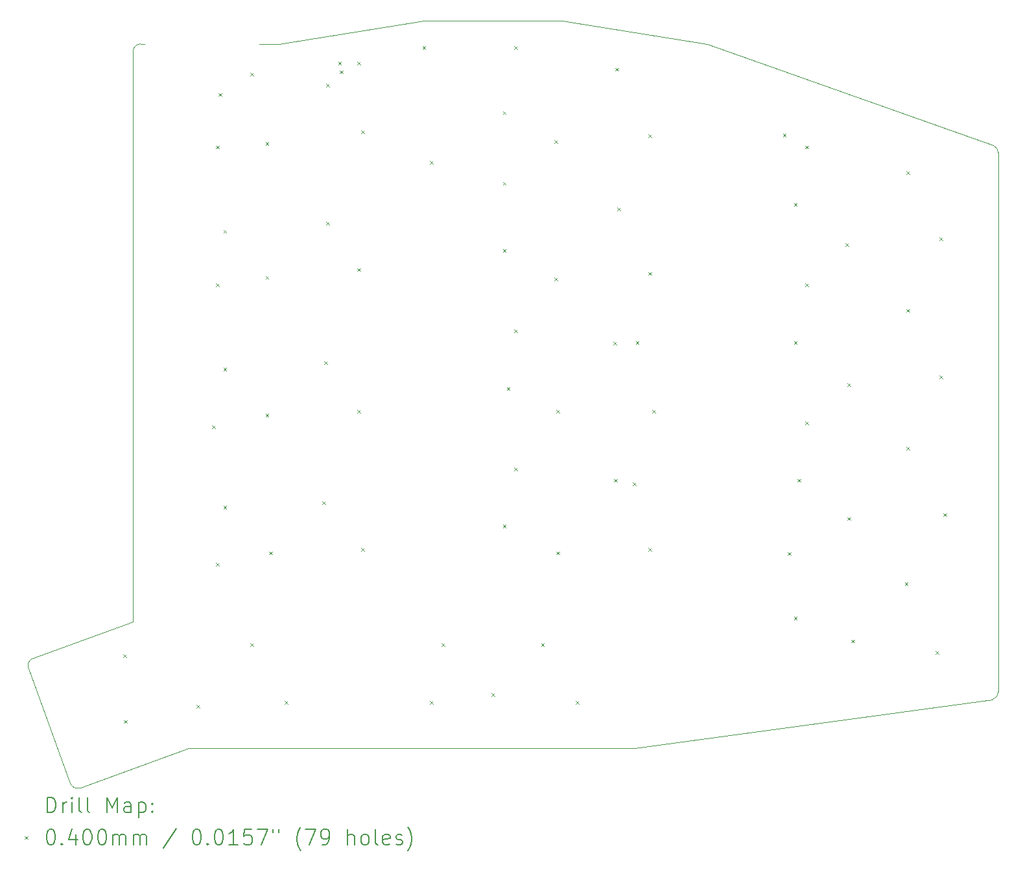
<source format=gbr>
%TF.GenerationSoftware,KiCad,Pcbnew,(6.0.11-0)*%
%TF.CreationDate,2023-02-11T14:18:17+08:00*%
%TF.ProjectId,V4,56342e6b-6963-4616-945f-706362585858,rev?*%
%TF.SameCoordinates,PX7bfa480PY6052340*%
%TF.FileFunction,Drillmap*%
%TF.FilePolarity,Positive*%
%FSLAX45Y45*%
G04 Gerber Fmt 4.5, Leading zero omitted, Abs format (unit mm)*
G04 Created by KiCad (PCBNEW (6.0.11-0)) date 2023-02-11 14:18:17*
%MOMM*%
%LPD*%
G01*
G04 APERTURE LIST*
%ADD10C,0.100000*%
%ADD11C,0.200000*%
%ADD12C,0.040000*%
G04 APERTURE END LIST*
D10*
X2900000Y5000000D02*
X1000000Y4700000D01*
X6600000Y4700000D02*
X4700000Y5000000D01*
X-750000Y4700000D02*
X-800000Y4700000D01*
X-900000Y4599000D02*
X-900000Y-2850000D01*
X10325000Y-3860000D02*
G75*
G03*
X10400000Y-3764289I-23570J95711D01*
G01*
X1000000Y4700000D02*
X750000Y4700000D01*
X5650000Y-4500000D02*
X10325000Y-3860000D01*
X-175000Y-4500000D02*
X5650000Y-4500000D01*
X-800000Y4700005D02*
G75*
G03*
X-900000Y4599000I0J-100005D01*
G01*
X-1719107Y-4955972D02*
X-2266339Y-3452464D01*
X-1719110Y-4955973D02*
G75*
G03*
X-1590936Y-5015740I93970J34203D01*
G01*
X10330000Y3375000D02*
X6600000Y4700000D01*
X10400001Y3279289D02*
G75*
G03*
X10330000Y3375000I-100431J1D01*
G01*
X-2206573Y-3324290D02*
G75*
G03*
X-2266339Y-3452464I34203J-93970D01*
G01*
X4700000Y5000000D02*
X2900000Y5000000D01*
X-2206572Y-3324293D02*
X-900000Y-2850000D01*
X-175000Y-4500000D02*
X-1590936Y-5015740D01*
X10400000Y-3764289D02*
X10400000Y3279289D01*
D11*
D12*
X-1027327Y-3272673D02*
X-987327Y-3312673D01*
X-987327Y-3272673D02*
X-1027327Y-3312673D01*
X-1020000Y-4130000D02*
X-980000Y-4170000D01*
X-980000Y-4130000D02*
X-1020000Y-4170000D01*
X-70000Y-3930000D02*
X-30000Y-3970000D01*
X-30000Y-3930000D02*
X-70000Y-3970000D01*
X130000Y-280000D02*
X170000Y-320000D01*
X170000Y-280000D02*
X130000Y-320000D01*
X180000Y3370000D02*
X220000Y3330000D01*
X220000Y3370000D02*
X180000Y3330000D01*
X180000Y1570000D02*
X220000Y1530000D01*
X220000Y1570000D02*
X180000Y1530000D01*
X180000Y-2080000D02*
X220000Y-2120000D01*
X220000Y-2080000D02*
X180000Y-2120000D01*
X216986Y4056986D02*
X256986Y4016986D01*
X256986Y4056986D02*
X216986Y4016986D01*
X280000Y470000D02*
X320000Y430000D01*
X320000Y470000D02*
X280000Y430000D01*
X280000Y-1330000D02*
X320000Y-1370000D01*
X320000Y-1330000D02*
X280000Y-1370000D01*
X280000Y2270000D02*
X320000Y2230000D01*
X320000Y2270000D02*
X280000Y2230000D01*
X630000Y4323300D02*
X670000Y4283300D01*
X670000Y4323300D02*
X630000Y4283300D01*
X630000Y-3130000D02*
X670000Y-3170000D01*
X670000Y-3130000D02*
X630000Y-3170000D01*
X830000Y3420000D02*
X870000Y3380000D01*
X870000Y3420000D02*
X830000Y3380000D01*
X830000Y1670000D02*
X870000Y1630000D01*
X870000Y1670000D02*
X830000Y1630000D01*
X830000Y-130000D02*
X870000Y-170000D01*
X870000Y-130000D02*
X830000Y-170000D01*
X880000Y-1930000D02*
X920000Y-1970000D01*
X920000Y-1930000D02*
X880000Y-1970000D01*
X1080000Y-3880000D02*
X1120000Y-3920000D01*
X1120000Y-3880000D02*
X1080000Y-3920000D01*
X1572500Y-1272500D02*
X1612500Y-1312500D01*
X1612500Y-1272500D02*
X1572500Y-1312500D01*
X1596250Y553750D02*
X1636250Y513750D01*
X1636250Y553750D02*
X1596250Y513750D01*
X1622500Y4177500D02*
X1662500Y4137500D01*
X1662500Y4177500D02*
X1622500Y4137500D01*
X1622500Y2377500D02*
X1662500Y2337500D01*
X1662500Y2377500D02*
X1622500Y2337500D01*
X1780000Y4470000D02*
X1820000Y4430000D01*
X1820000Y4470000D02*
X1780000Y4430000D01*
X1797500Y4352500D02*
X1837500Y4312500D01*
X1837500Y4352500D02*
X1797500Y4312500D01*
X2030000Y4470000D02*
X2070000Y4430000D01*
X2070000Y4470000D02*
X2030000Y4430000D01*
X2030000Y1770000D02*
X2070000Y1730000D01*
X2070000Y1770000D02*
X2030000Y1730000D01*
X2030000Y-80000D02*
X2070000Y-120000D01*
X2070000Y-80000D02*
X2030000Y-120000D01*
X2080000Y3570000D02*
X2120000Y3530000D01*
X2120000Y3570000D02*
X2080000Y3530000D01*
X2080000Y-1880000D02*
X2120000Y-1920000D01*
X2120000Y-1880000D02*
X2080000Y-1920000D01*
X2880000Y4670000D02*
X2920000Y4630000D01*
X2920000Y4670000D02*
X2880000Y4630000D01*
X2980000Y3170000D02*
X3020000Y3130000D01*
X3020000Y3170000D02*
X2980000Y3130000D01*
X2980000Y-3880000D02*
X3020000Y-3920000D01*
X3020000Y-3880000D02*
X2980000Y-3920000D01*
X3130000Y-3130000D02*
X3170000Y-3170000D01*
X3170000Y-3130000D02*
X3130000Y-3170000D01*
X3780000Y-3780000D02*
X3820000Y-3820000D01*
X3820000Y-3780000D02*
X3780000Y-3820000D01*
X3930000Y3820000D02*
X3970000Y3780000D01*
X3970000Y3820000D02*
X3930000Y3780000D01*
X3930000Y2897550D02*
X3970000Y2857550D01*
X3970000Y2897550D02*
X3930000Y2857550D01*
X3930000Y2020000D02*
X3970000Y1980000D01*
X3970000Y2020000D02*
X3930000Y1980000D01*
X3930000Y-1580000D02*
X3970000Y-1620000D01*
X3970000Y-1580000D02*
X3930000Y-1620000D01*
X3980000Y220000D02*
X4020000Y180000D01*
X4020000Y220000D02*
X3980000Y180000D01*
X4080000Y4670000D02*
X4120000Y4630000D01*
X4120000Y4670000D02*
X4080000Y4630000D01*
X4080000Y970000D02*
X4120000Y930000D01*
X4120000Y970000D02*
X4080000Y930000D01*
X4080000Y-830000D02*
X4120000Y-870000D01*
X4120000Y-830000D02*
X4080000Y-870000D01*
X4430000Y-3130000D02*
X4470000Y-3170000D01*
X4470000Y-3130000D02*
X4430000Y-3170000D01*
X4605500Y3444500D02*
X4645500Y3404500D01*
X4645500Y3444500D02*
X4605500Y3404500D01*
X4605500Y1645500D02*
X4645500Y1605500D01*
X4645500Y1645500D02*
X4605500Y1605500D01*
X4630000Y-80000D02*
X4670000Y-120000D01*
X4670000Y-80000D02*
X4630000Y-120000D01*
X4630000Y-1930000D02*
X4670000Y-1970000D01*
X4670000Y-1930000D02*
X4630000Y-1970000D01*
X4880000Y-3880000D02*
X4920000Y-3920000D01*
X4920000Y-3880000D02*
X4880000Y-3920000D01*
X5372500Y812500D02*
X5412500Y772500D01*
X5412500Y812500D02*
X5372500Y772500D01*
X5380000Y-980000D02*
X5420000Y-1020000D01*
X5420000Y-980000D02*
X5380000Y-1020000D01*
X5397500Y4387500D02*
X5437500Y4347500D01*
X5437500Y4387500D02*
X5397500Y4347500D01*
X5422500Y2562500D02*
X5462500Y2522500D01*
X5462500Y2562500D02*
X5422500Y2522500D01*
X5630000Y-1030000D02*
X5670000Y-1070000D01*
X5670000Y-1030000D02*
X5630000Y-1070000D01*
X5665000Y820000D02*
X5705000Y780000D01*
X5705000Y820000D02*
X5665000Y780000D01*
X5830000Y3520000D02*
X5870000Y3480000D01*
X5870000Y3520000D02*
X5830000Y3480000D01*
X5830000Y1720000D02*
X5870000Y1680000D01*
X5870000Y1720000D02*
X5830000Y1680000D01*
X5830000Y-1880000D02*
X5870000Y-1920000D01*
X5870000Y-1880000D02*
X5830000Y-1920000D01*
X5880000Y-80000D02*
X5920000Y-120000D01*
X5920000Y-80000D02*
X5880000Y-120000D01*
X7587500Y3527500D02*
X7627500Y3487500D01*
X7627500Y3527500D02*
X7587500Y3487500D01*
X7652500Y-1937500D02*
X7692500Y-1977500D01*
X7692500Y-1937500D02*
X7652500Y-1977500D01*
X7730000Y2620000D02*
X7770000Y2580000D01*
X7770000Y2620000D02*
X7730000Y2580000D01*
X7730000Y820000D02*
X7770000Y780000D01*
X7770000Y820000D02*
X7730000Y780000D01*
X7730000Y-2780000D02*
X7770000Y-2820000D01*
X7770000Y-2780000D02*
X7730000Y-2820000D01*
X7780000Y-980000D02*
X7820000Y-1020000D01*
X7820000Y-980000D02*
X7780000Y-1020000D01*
X7880000Y3370000D02*
X7920000Y3330000D01*
X7920000Y3370000D02*
X7880000Y3330000D01*
X7880000Y1570000D02*
X7920000Y1530000D01*
X7920000Y1570000D02*
X7880000Y1530000D01*
X7880000Y-230000D02*
X7920000Y-270000D01*
X7920000Y-230000D02*
X7880000Y-270000D01*
X8405500Y2095500D02*
X8445500Y2055500D01*
X8445500Y2095500D02*
X8405500Y2055500D01*
X8430000Y270000D02*
X8470000Y230000D01*
X8470000Y270000D02*
X8430000Y230000D01*
X8430000Y-1480000D02*
X8470000Y-1520000D01*
X8470000Y-1480000D02*
X8430000Y-1520000D01*
X8480000Y-3080000D02*
X8520000Y-3120000D01*
X8520000Y-3080000D02*
X8480000Y-3120000D01*
X9180000Y-2330000D02*
X9220000Y-2370000D01*
X9220000Y-2330000D02*
X9180000Y-2370000D01*
X9197500Y3037500D02*
X9237500Y2997500D01*
X9237500Y3037500D02*
X9197500Y2997500D01*
X9197500Y1237500D02*
X9237500Y1197500D01*
X9237500Y1237500D02*
X9197500Y1197500D01*
X9197500Y-562500D02*
X9237500Y-602500D01*
X9237500Y-562500D02*
X9197500Y-602500D01*
X9580000Y-3230000D02*
X9620000Y-3270000D01*
X9620000Y-3230000D02*
X9580000Y-3270000D01*
X9630000Y2170000D02*
X9670000Y2130000D01*
X9670000Y2170000D02*
X9630000Y2130000D01*
X9630000Y370000D02*
X9670000Y330000D01*
X9670000Y370000D02*
X9630000Y330000D01*
X9680000Y-1430000D02*
X9720000Y-1470000D01*
X9720000Y-1430000D02*
X9680000Y-1470000D01*
D11*
X-2019752Y-5337247D02*
X-2019752Y-5137247D01*
X-1972133Y-5137247D01*
X-1943561Y-5146771D01*
X-1924514Y-5165819D01*
X-1914990Y-5184866D01*
X-1905466Y-5222961D01*
X-1905466Y-5251533D01*
X-1914990Y-5289628D01*
X-1924514Y-5308676D01*
X-1943561Y-5327723D01*
X-1972133Y-5337247D01*
X-2019752Y-5337247D01*
X-1819752Y-5337247D02*
X-1819752Y-5203914D01*
X-1819752Y-5242009D02*
X-1810228Y-5222961D01*
X-1800704Y-5213438D01*
X-1781657Y-5203914D01*
X-1762609Y-5203914D01*
X-1695942Y-5337247D02*
X-1695942Y-5203914D01*
X-1695942Y-5137247D02*
X-1705466Y-5146771D01*
X-1695942Y-5156295D01*
X-1686418Y-5146771D01*
X-1695942Y-5137247D01*
X-1695942Y-5156295D01*
X-1572133Y-5337247D02*
X-1591180Y-5327723D01*
X-1600704Y-5308676D01*
X-1600704Y-5137247D01*
X-1467371Y-5337247D02*
X-1486418Y-5327723D01*
X-1495942Y-5308676D01*
X-1495942Y-5137247D01*
X-1238799Y-5337247D02*
X-1238799Y-5137247D01*
X-1172133Y-5280104D01*
X-1105466Y-5137247D01*
X-1105466Y-5337247D01*
X-924514Y-5337247D02*
X-924514Y-5232485D01*
X-934037Y-5213438D01*
X-953085Y-5203914D01*
X-991180Y-5203914D01*
X-1010228Y-5213438D01*
X-924514Y-5327723D02*
X-943561Y-5337247D01*
X-991180Y-5337247D01*
X-1010228Y-5327723D01*
X-1019752Y-5308676D01*
X-1019752Y-5289628D01*
X-1010228Y-5270580D01*
X-991180Y-5261057D01*
X-943561Y-5261057D01*
X-924514Y-5251533D01*
X-829276Y-5203914D02*
X-829276Y-5403914D01*
X-829276Y-5213438D02*
X-810228Y-5203914D01*
X-772133Y-5203914D01*
X-753085Y-5213438D01*
X-743561Y-5222961D01*
X-734037Y-5242009D01*
X-734037Y-5299152D01*
X-743561Y-5318199D01*
X-753085Y-5327723D01*
X-772133Y-5337247D01*
X-810228Y-5337247D01*
X-829276Y-5327723D01*
X-648323Y-5318199D02*
X-638799Y-5327723D01*
X-648323Y-5337247D01*
X-657847Y-5327723D01*
X-648323Y-5318199D01*
X-648323Y-5337247D01*
X-648323Y-5213438D02*
X-638799Y-5222961D01*
X-648323Y-5232485D01*
X-657847Y-5222961D01*
X-648323Y-5213438D01*
X-648323Y-5232485D01*
D12*
X-2317371Y-5646771D02*
X-2277371Y-5686771D01*
X-2277371Y-5646771D02*
X-2317371Y-5686771D01*
D11*
X-1981657Y-5557247D02*
X-1962609Y-5557247D01*
X-1943561Y-5566771D01*
X-1934037Y-5576295D01*
X-1924514Y-5595342D01*
X-1914990Y-5633437D01*
X-1914990Y-5681057D01*
X-1924514Y-5719152D01*
X-1934037Y-5738199D01*
X-1943561Y-5747723D01*
X-1962609Y-5757247D01*
X-1981657Y-5757247D01*
X-2000704Y-5747723D01*
X-2010228Y-5738199D01*
X-2019752Y-5719152D01*
X-2029276Y-5681057D01*
X-2029276Y-5633437D01*
X-2019752Y-5595342D01*
X-2010228Y-5576295D01*
X-2000704Y-5566771D01*
X-1981657Y-5557247D01*
X-1829276Y-5738199D02*
X-1819752Y-5747723D01*
X-1829276Y-5757247D01*
X-1838799Y-5747723D01*
X-1829276Y-5738199D01*
X-1829276Y-5757247D01*
X-1648323Y-5623914D02*
X-1648323Y-5757247D01*
X-1695942Y-5547723D02*
X-1743561Y-5690580D01*
X-1619752Y-5690580D01*
X-1505466Y-5557247D02*
X-1486418Y-5557247D01*
X-1467371Y-5566771D01*
X-1457847Y-5576295D01*
X-1448323Y-5595342D01*
X-1438799Y-5633437D01*
X-1438799Y-5681057D01*
X-1448323Y-5719152D01*
X-1457847Y-5738199D01*
X-1467371Y-5747723D01*
X-1486418Y-5757247D01*
X-1505466Y-5757247D01*
X-1524514Y-5747723D01*
X-1534037Y-5738199D01*
X-1543561Y-5719152D01*
X-1553085Y-5681057D01*
X-1553085Y-5633437D01*
X-1543561Y-5595342D01*
X-1534037Y-5576295D01*
X-1524514Y-5566771D01*
X-1505466Y-5557247D01*
X-1314990Y-5557247D02*
X-1295942Y-5557247D01*
X-1276895Y-5566771D01*
X-1267371Y-5576295D01*
X-1257847Y-5595342D01*
X-1248323Y-5633437D01*
X-1248323Y-5681057D01*
X-1257847Y-5719152D01*
X-1267371Y-5738199D01*
X-1276895Y-5747723D01*
X-1295942Y-5757247D01*
X-1314990Y-5757247D01*
X-1334038Y-5747723D01*
X-1343561Y-5738199D01*
X-1353085Y-5719152D01*
X-1362609Y-5681057D01*
X-1362609Y-5633437D01*
X-1353085Y-5595342D01*
X-1343561Y-5576295D01*
X-1334038Y-5566771D01*
X-1314990Y-5557247D01*
X-1162609Y-5757247D02*
X-1162609Y-5623914D01*
X-1162609Y-5642961D02*
X-1153085Y-5633437D01*
X-1134038Y-5623914D01*
X-1105466Y-5623914D01*
X-1086419Y-5633437D01*
X-1076895Y-5652485D01*
X-1076895Y-5757247D01*
X-1076895Y-5652485D02*
X-1067371Y-5633437D01*
X-1048323Y-5623914D01*
X-1019752Y-5623914D01*
X-1000704Y-5633437D01*
X-991180Y-5652485D01*
X-991180Y-5757247D01*
X-895942Y-5757247D02*
X-895942Y-5623914D01*
X-895942Y-5642961D02*
X-886418Y-5633437D01*
X-867371Y-5623914D01*
X-838799Y-5623914D01*
X-819752Y-5633437D01*
X-810228Y-5652485D01*
X-810228Y-5757247D01*
X-810228Y-5652485D02*
X-800704Y-5633437D01*
X-781657Y-5623914D01*
X-753085Y-5623914D01*
X-734037Y-5633437D01*
X-724514Y-5652485D01*
X-724514Y-5757247D01*
X-334038Y-5547723D02*
X-505466Y-5804866D01*
X-76895Y-5557247D02*
X-57847Y-5557247D01*
X-38799Y-5566771D01*
X-29276Y-5576295D01*
X-19752Y-5595342D01*
X-10228Y-5633437D01*
X-10228Y-5681057D01*
X-19752Y-5719152D01*
X-29276Y-5738199D01*
X-38799Y-5747723D01*
X-57847Y-5757247D01*
X-76895Y-5757247D01*
X-95942Y-5747723D01*
X-105466Y-5738199D01*
X-114990Y-5719152D01*
X-124514Y-5681057D01*
X-124514Y-5633437D01*
X-114990Y-5595342D01*
X-105466Y-5576295D01*
X-95942Y-5566771D01*
X-76895Y-5557247D01*
X75486Y-5738199D02*
X85010Y-5747723D01*
X75486Y-5757247D01*
X65963Y-5747723D01*
X75486Y-5738199D01*
X75486Y-5757247D01*
X208820Y-5557247D02*
X227867Y-5557247D01*
X246915Y-5566771D01*
X256439Y-5576295D01*
X265963Y-5595342D01*
X275486Y-5633437D01*
X275486Y-5681057D01*
X265963Y-5719152D01*
X256439Y-5738199D01*
X246915Y-5747723D01*
X227867Y-5757247D01*
X208820Y-5757247D01*
X189772Y-5747723D01*
X180248Y-5738199D01*
X170724Y-5719152D01*
X161201Y-5681057D01*
X161201Y-5633437D01*
X170724Y-5595342D01*
X180248Y-5576295D01*
X189772Y-5566771D01*
X208820Y-5557247D01*
X465962Y-5757247D02*
X351677Y-5757247D01*
X408820Y-5757247D02*
X408820Y-5557247D01*
X389772Y-5585819D01*
X370724Y-5604866D01*
X351677Y-5614390D01*
X646915Y-5557247D02*
X551677Y-5557247D01*
X542153Y-5652485D01*
X551677Y-5642961D01*
X570724Y-5633437D01*
X618343Y-5633437D01*
X637391Y-5642961D01*
X646915Y-5652485D01*
X656439Y-5671533D01*
X656439Y-5719152D01*
X646915Y-5738199D01*
X637391Y-5747723D01*
X618343Y-5757247D01*
X570724Y-5757247D01*
X551677Y-5747723D01*
X542153Y-5738199D01*
X723105Y-5557247D02*
X856439Y-5557247D01*
X770724Y-5757247D01*
X923105Y-5557247D02*
X923105Y-5595342D01*
X999296Y-5557247D02*
X999296Y-5595342D01*
X1294534Y-5833437D02*
X1285010Y-5823914D01*
X1265963Y-5795342D01*
X1256439Y-5776295D01*
X1246915Y-5747723D01*
X1237391Y-5700104D01*
X1237391Y-5662009D01*
X1246915Y-5614390D01*
X1256439Y-5585819D01*
X1265963Y-5566771D01*
X1285010Y-5538199D01*
X1294534Y-5528676D01*
X1351677Y-5557247D02*
X1485010Y-5557247D01*
X1399296Y-5757247D01*
X1570724Y-5757247D02*
X1608820Y-5757247D01*
X1627867Y-5747723D01*
X1637391Y-5738199D01*
X1656439Y-5709628D01*
X1665962Y-5671533D01*
X1665962Y-5595342D01*
X1656439Y-5576295D01*
X1646915Y-5566771D01*
X1627867Y-5557247D01*
X1589772Y-5557247D01*
X1570724Y-5566771D01*
X1561201Y-5576295D01*
X1551677Y-5595342D01*
X1551677Y-5642961D01*
X1561201Y-5662009D01*
X1570724Y-5671533D01*
X1589772Y-5681057D01*
X1627867Y-5681057D01*
X1646915Y-5671533D01*
X1656439Y-5662009D01*
X1665962Y-5642961D01*
X1904058Y-5757247D02*
X1904058Y-5557247D01*
X1989772Y-5757247D02*
X1989772Y-5652485D01*
X1980248Y-5633437D01*
X1961201Y-5623914D01*
X1932629Y-5623914D01*
X1913581Y-5633437D01*
X1904058Y-5642961D01*
X2113582Y-5757247D02*
X2094534Y-5747723D01*
X2085010Y-5738199D01*
X2075486Y-5719152D01*
X2075486Y-5662009D01*
X2085010Y-5642961D01*
X2094534Y-5633437D01*
X2113582Y-5623914D01*
X2142153Y-5623914D01*
X2161201Y-5633437D01*
X2170724Y-5642961D01*
X2180248Y-5662009D01*
X2180248Y-5719152D01*
X2170724Y-5738199D01*
X2161201Y-5747723D01*
X2142153Y-5757247D01*
X2113582Y-5757247D01*
X2294534Y-5757247D02*
X2275486Y-5747723D01*
X2265963Y-5728676D01*
X2265963Y-5557247D01*
X2446915Y-5747723D02*
X2427867Y-5757247D01*
X2389772Y-5757247D01*
X2370724Y-5747723D01*
X2361201Y-5728676D01*
X2361201Y-5652485D01*
X2370724Y-5633437D01*
X2389772Y-5623914D01*
X2427867Y-5623914D01*
X2446915Y-5633437D01*
X2456439Y-5652485D01*
X2456439Y-5671533D01*
X2361201Y-5690580D01*
X2532629Y-5747723D02*
X2551677Y-5757247D01*
X2589772Y-5757247D01*
X2608820Y-5747723D01*
X2618343Y-5728676D01*
X2618343Y-5719152D01*
X2608820Y-5700104D01*
X2589772Y-5690580D01*
X2561201Y-5690580D01*
X2542153Y-5681057D01*
X2532629Y-5662009D01*
X2532629Y-5652485D01*
X2542153Y-5633437D01*
X2561201Y-5623914D01*
X2589772Y-5623914D01*
X2608820Y-5633437D01*
X2685010Y-5833437D02*
X2694534Y-5823914D01*
X2713582Y-5795342D01*
X2723105Y-5776295D01*
X2732629Y-5747723D01*
X2742153Y-5700104D01*
X2742153Y-5662009D01*
X2732629Y-5614390D01*
X2723105Y-5585819D01*
X2713582Y-5566771D01*
X2694534Y-5538199D01*
X2685010Y-5528676D01*
M02*

</source>
